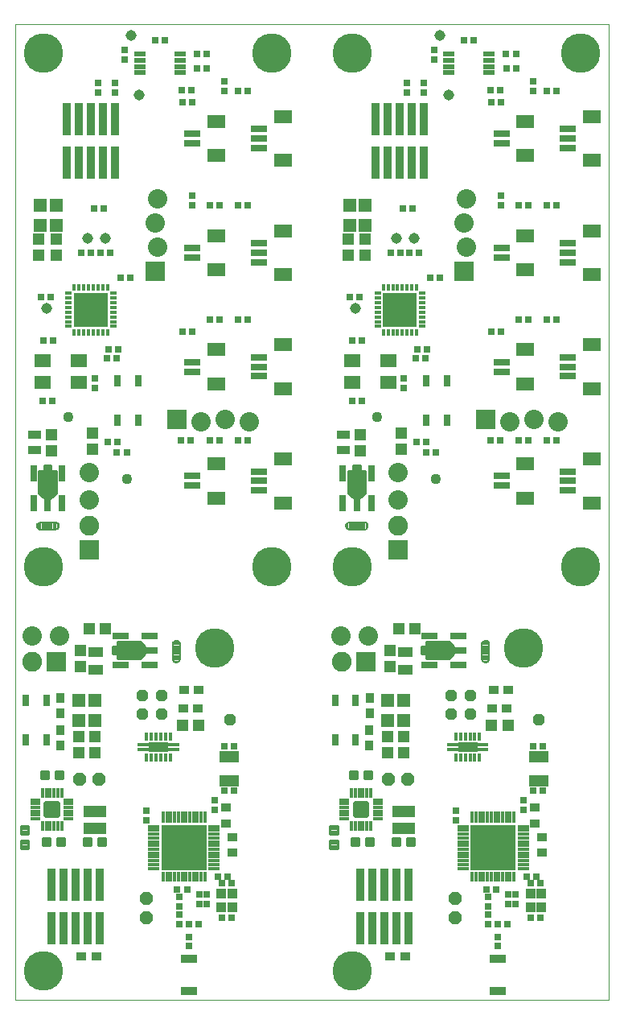
<source format=gts>
G75*
G70*
%OFA0B0*%
%FSLAX25Y25*%
%IPPOS*%
%LPD*%
%AMOC8*
5,1,8,0,0,1.08239X$1,22.5*
%
%ADD101R,0.03600X0.02600*%
%ADD111R,0.05320X0.01580*%
%ADD116R,0.08000X0.08000*%
%ADD117R,0.03600X0.13600*%
%ADD121R,0.02960X0.02570*%
%ADD161R,0.02570X0.02960*%
%ADD167R,0.01490X0.03870*%
%ADD180C,0.08200*%
%ADD190R,0.04540X0.04930*%
%ADD20OC8,0.04760*%
%ADD210R,0.04140X0.01390*%
%ADD222R,0.01780X0.02960*%
%ADD227R,0.08200X0.08200*%
%ADD234C,0.04500*%
%ADD25C,0.16350*%
%ADD268R,0.02600X0.03600*%
%ADD290C,0.08000*%
%ADD339OC8,0.05320*%
%ADD346R,0.18710X0.18710*%
%ADD376R,0.04140X0.03750*%
%ADD379R,0.04300X0.03600*%
%ADD42C,0.01200*%
%ADD434R,0.03750X0.04140*%
%ADD440R,0.03160X0.04730*%
%ADD466R,0.03950X0.04340*%
%ADD469R,0.02570X0.02570*%
%ADD491R,0.07100X0.02840*%
%ADD504R,0.02570X0.02880*%
%ADD510R,0.08080X0.04930*%
%ADD538C,0.01030*%
%ADD540C,0.04360*%
%ADD550R,0.02960X0.01780*%
%ADD554R,0.04930X0.04540*%
%ADD578R,0.08470X0.04140*%
%ADD59R,0.14180X0.14180*%
%ADD608R,0.01700X0.03750*%
%ADD614R,0.04540X0.01490*%
%ADD626R,0.01490X0.04540*%
%ADD647R,0.02880X0.02570*%
%ADD663C,0.02070*%
%ADD668R,0.01390X0.04140*%
%ADD672R,0.06110X0.04140*%
%ADD679C,0.00800*%
%ADD735R,0.06510X0.02840*%
%ADD761R,0.05520X0.05320*%
%ADD790R,0.02840X0.06510*%
%ADD791R,0.02840X0.07100*%
%ADD801R,0.06900X0.05720*%
%ADD802R,0.04690X0.02100*%
%ADD803R,0.07690X0.05320*%
%ADD804R,0.06700X0.02960*%
%ADD805R,0.05320X0.03750*%
%ADD85R,0.06900X0.03750*%
X0010000Y0010000D02*
G75*
%LPD*%
D25*
X0092680Y0155660D03*
X0021810Y0021810D03*
D761*
X0036380Y0125550D03*
X0043070Y0125550D03*
X0043070Y0133810D03*
X0036380Y0133810D03*
D554*
X0036380Y0118850D03*
X0036380Y0112160D03*
X0043070Y0112160D03*
X0043070Y0118850D03*
X0079490Y0123380D03*
X0086180Y0123380D03*
X0047570Y0163580D03*
X0040880Y0163580D03*
D510*
X0098870Y0110370D03*
X0098870Y0100530D03*
D376*
X0085830Y0130470D03*
X0079830Y0130470D03*
X0080230Y0138340D03*
X0086230Y0138340D03*
X0043730Y0027730D03*
X0037480Y0027730D03*
D117*
X0035070Y0039500D03*
X0030070Y0039500D03*
X0025070Y0039500D03*
X0040070Y0039500D03*
X0045070Y0039500D03*
X0045070Y0057500D03*
X0040070Y0057500D03*
X0035070Y0057500D03*
X0030070Y0057500D03*
X0025070Y0057500D03*
D608*
X0064620Y0110050D03*
X0066590Y0110050D03*
X0068560Y0110050D03*
X0070530Y0110050D03*
X0072500Y0110050D03*
X0074460Y0110050D03*
X0074460Y0118710D03*
X0072500Y0118710D03*
X0070530Y0118710D03*
X0068560Y0118710D03*
X0066590Y0118710D03*
X0064620Y0118710D03*
D578*
X0069540Y0114380D03*
D111*
X0063600Y0113400D03*
X0063600Y0115360D03*
X0075490Y0115360D03*
X0075490Y0113400D03*
D290*
X0028400Y0160540D03*
X0017000Y0160540D03*
D491*
X0065830Y0160400D03*
X0065830Y0154500D03*
X0065830Y0148590D03*
D735*
X0053730Y0148590D03*
X0053730Y0160400D03*
D42*
X0052840Y0157840D02*
X0062090Y0157840D01*
X0063960Y0155580D01*
X0063960Y0153410D01*
X0062090Y0151150D01*
X0052840Y0151150D01*
X0052840Y0153220D01*
X0050780Y0153220D01*
X0050780Y0155770D01*
X0052840Y0155770D01*
X0052840Y0157840D01*
X0052840Y0157470D02*
X0062410Y0157470D01*
X0063380Y0156280D02*
X0052840Y0156280D01*
X0050780Y0155100D02*
X0063960Y0155100D01*
X0063960Y0153910D02*
X0050780Y0153910D01*
X0052840Y0152730D02*
X0063400Y0152730D01*
X0062420Y0151540D02*
X0052840Y0151540D01*
D672*
X0043540Y0153870D03*
X0043540Y0146380D03*
D190*
X0037230Y0147880D03*
X0037230Y0154570D03*
X0040630Y0087690D03*
X0045350Y0087690D03*
X0045350Y0081000D03*
X0040630Y0081000D03*
D227*
X0027220Y0149910D03*
D180*
X0017220Y0149910D03*
D538*
X0020670Y0104450D02*
X0023750Y0104450D01*
X0023750Y0101370D01*
X0020670Y0101370D01*
X0020670Y0104450D01*
X0020670Y0103430D02*
X0023750Y0103430D01*
X0023750Y0102410D02*
X0020670Y0102410D01*
X0020670Y0101390D02*
X0023750Y0101390D01*
X0026670Y0104450D02*
X0029750Y0104450D01*
X0029750Y0101370D01*
X0026670Y0101370D01*
X0026670Y0104450D01*
X0026670Y0103430D02*
X0029750Y0103430D01*
X0029750Y0102410D02*
X0026670Y0102410D01*
X0026670Y0101390D02*
X0029750Y0101390D01*
X0012460Y0081720D02*
X0012460Y0078640D01*
X0012460Y0081720D02*
X0015540Y0081720D01*
X0015540Y0078640D01*
X0012460Y0078640D01*
X0012460Y0080700D02*
X0015540Y0080700D01*
X0015540Y0079680D02*
X0012460Y0079680D01*
X0012460Y0078660D02*
X0015540Y0078660D01*
X0012460Y0075720D02*
X0012460Y0072640D01*
X0012460Y0075720D02*
X0015540Y0075720D01*
X0015540Y0072640D01*
X0012460Y0072640D01*
X0012460Y0074700D02*
X0015540Y0074700D01*
X0015540Y0073680D02*
X0012460Y0073680D01*
X0012460Y0072660D02*
X0015540Y0072660D01*
X0021390Y0076840D02*
X0024470Y0076840D01*
X0024470Y0073760D01*
X0021390Y0073760D01*
X0021390Y0076840D01*
X0021390Y0075820D02*
X0024470Y0075820D01*
X0024470Y0074800D02*
X0021390Y0074800D01*
X0021390Y0073780D02*
X0024470Y0073780D01*
X0027390Y0076840D02*
X0030470Y0076840D01*
X0030470Y0073760D01*
X0027390Y0073760D01*
X0027390Y0076840D01*
X0027390Y0075820D02*
X0030470Y0075820D01*
X0030470Y0074800D02*
X0027390Y0074800D01*
X0027390Y0073780D02*
X0030470Y0073780D01*
X0038380Y0073820D02*
X0041460Y0073820D01*
X0038380Y0073820D02*
X0038380Y0076900D01*
X0041460Y0076900D01*
X0041460Y0073820D01*
X0041460Y0075880D02*
X0038380Y0075880D01*
X0038380Y0074860D02*
X0041460Y0074860D01*
X0041460Y0073840D02*
X0038380Y0073840D01*
X0044380Y0073820D02*
X0047460Y0073820D01*
X0044380Y0073820D02*
X0044380Y0076900D01*
X0047460Y0076900D01*
X0047460Y0073820D01*
X0047460Y0075880D02*
X0044380Y0075880D01*
X0044380Y0074860D02*
X0047460Y0074860D01*
X0047460Y0073840D02*
X0044380Y0073840D01*
D434*
X0028680Y0115130D03*
X0028680Y0121380D03*
X0028920Y0128530D03*
X0028920Y0134780D03*
D440*
X0023060Y0133940D03*
X0014590Y0133940D03*
X0014590Y0117610D03*
X0023060Y0117610D03*
D668*
X0022990Y0095620D03*
X0021420Y0095620D03*
X0024570Y0095620D03*
X0026140Y0095620D03*
X0027720Y0095620D03*
X0029290Y0095620D03*
X0029290Y0081850D03*
X0027720Y0081850D03*
X0026140Y0081850D03*
X0024570Y0081850D03*
X0022990Y0081850D03*
X0021420Y0081850D03*
D210*
X0018460Y0084800D03*
X0018460Y0086370D03*
X0018460Y0087950D03*
X0018460Y0089520D03*
X0018460Y0091100D03*
X0018460Y0092670D03*
X0032240Y0092670D03*
X0032240Y0091100D03*
X0032240Y0089520D03*
X0032240Y0087950D03*
X0032240Y0086370D03*
X0032240Y0084800D03*
D663*
X0027770Y0091160D02*
X0022930Y0091160D01*
X0027770Y0091160D02*
X0027770Y0086320D01*
X0022930Y0086320D01*
X0022930Y0091160D01*
X0022930Y0089100D02*
X0027770Y0089100D01*
X0027770Y0087040D02*
X0022930Y0087040D01*
D626*
X0071420Y0085470D03*
X0072990Y0085470D03*
X0074570Y0085470D03*
X0076140Y0085470D03*
X0077720Y0085470D03*
X0079290Y0085470D03*
X0080870Y0085470D03*
X0082440Y0085470D03*
X0084020Y0085470D03*
X0085590Y0085470D03*
X0087170Y0085470D03*
X0088740Y0085470D03*
D346*
X0080080Y0072990D03*
D614*
X0092560Y0073770D03*
X0092560Y0072200D03*
X0092560Y0070620D03*
X0092560Y0069050D03*
X0092560Y0067480D03*
X0092560Y0065900D03*
X0092560Y0064330D03*
X0092560Y0075350D03*
X0092560Y0076920D03*
X0092560Y0078500D03*
X0092560Y0080070D03*
X0092560Y0081650D03*
X0067600Y0081650D03*
X0067600Y0080070D03*
X0067600Y0078500D03*
X0067600Y0076920D03*
X0067600Y0075350D03*
X0067600Y0073770D03*
X0067600Y0072200D03*
X0067600Y0070620D03*
X0067600Y0069050D03*
X0067600Y0067480D03*
X0067600Y0065900D03*
X0067600Y0064330D03*
D167*
X0071420Y0060840D03*
X0072990Y0060840D03*
X0074570Y0060840D03*
X0076140Y0060840D03*
X0077720Y0060840D03*
X0079290Y0060840D03*
X0080870Y0060840D03*
X0082440Y0060840D03*
X0084020Y0060840D03*
X0085590Y0060840D03*
X0087170Y0060840D03*
X0088740Y0060840D03*
D647*
X0094020Y0060980D03*
X0095790Y0058030D03*
X0098030Y0060980D03*
X0099800Y0058030D03*
X0099800Y0043850D03*
X0095790Y0043850D03*
X0081300Y0055660D03*
X0077280Y0055660D03*
X0096710Y0096480D03*
X0100720Y0096480D03*
X0100720Y0114730D03*
X0096710Y0114730D03*
D161*
X0078110Y0052610D03*
X0078110Y0048680D03*
X0082050Y0036010D03*
X0082050Y0032070D03*
D504*
X0078110Y0041210D03*
X0078110Y0045220D03*
X0086420Y0049560D03*
X0089310Y0049560D03*
X0089310Y0053580D03*
X0086420Y0053580D03*
X0064610Y0084110D03*
X0064610Y0088120D03*
X0092720Y0088630D03*
X0092720Y0092650D03*
D466*
X0095530Y0053790D03*
X0100060Y0053790D03*
X0100060Y0048090D03*
X0095530Y0048090D03*
D379*
X0100200Y0070730D03*
X0100200Y0077330D03*
X0097500Y0082810D03*
X0097500Y0089410D03*
D85*
X0082050Y0026920D03*
X0082050Y0013540D03*
D121*
X0082050Y0041210D03*
X0085980Y0041210D03*
D679*
X0076930Y0149590D02*
X0076600Y0149630D01*
X0076280Y0149740D01*
X0075990Y0149920D01*
X0075760Y0150150D01*
X0075580Y0150440D01*
X0075470Y0150760D01*
X0075430Y0151090D01*
X0075430Y0154090D01*
X0078430Y0154090D01*
X0078430Y0151090D01*
X0078390Y0150760D01*
X0078280Y0150440D01*
X0078100Y0150150D01*
X0077860Y0149920D01*
X0077580Y0149740D01*
X0077260Y0149630D01*
X0076930Y0149590D01*
X0077910Y0149970D02*
X0075950Y0149970D01*
X0075470Y0150750D02*
X0078390Y0150750D01*
X0078430Y0151540D02*
X0075430Y0151540D01*
X0075430Y0152320D02*
X0078430Y0152320D01*
X0078430Y0153110D02*
X0075430Y0153110D01*
X0075430Y0153890D02*
X0078430Y0153890D01*
X0078430Y0154090D02*
X0078430Y0157090D01*
X0078390Y0157420D01*
X0078280Y0157740D01*
X0078100Y0158020D01*
X0077860Y0158260D01*
X0077580Y0158440D01*
X0077260Y0158550D01*
X0076930Y0158590D01*
X0076600Y0158550D01*
X0076280Y0158440D01*
X0075990Y0158260D01*
X0075760Y0158020D01*
X0075580Y0157740D01*
X0075470Y0157420D01*
X0075430Y0157090D01*
X0075430Y0154090D01*
X0078430Y0154090D01*
X0078430Y0154680D02*
X0075430Y0154680D01*
X0075430Y0155460D02*
X0078430Y0155460D01*
X0078430Y0156250D02*
X0075430Y0156250D01*
X0075430Y0157030D02*
X0078430Y0157030D01*
X0078230Y0157820D02*
X0075620Y0157820D01*
D101*
X0076930Y0154090D03*
D20*
X0070630Y0135980D03*
X0062760Y0135980D03*
X0062760Y0128110D03*
X0070630Y0128110D03*
X0098980Y0125740D03*
D339*
X0044650Y0101330D03*
X0036770Y0101330D03*
X0064330Y0051730D03*
X0064330Y0043850D03*
X0010000Y0177480D02*
G75*
%LPD*%
D25*
X0116300Y0189290D03*
X0021810Y0189290D03*
X0021810Y0401890D03*
X0116300Y0401890D03*
D222*
X0048390Y0304840D03*
X0046420Y0304840D03*
X0044450Y0304840D03*
X0042480Y0304840D03*
X0040510Y0304840D03*
X0038540Y0304840D03*
X0036570Y0304840D03*
X0034610Y0304840D03*
X0034610Y0286340D03*
X0036570Y0286340D03*
X0038540Y0286340D03*
X0040510Y0286340D03*
X0042480Y0286340D03*
X0044450Y0286340D03*
X0046420Y0286340D03*
X0048390Y0286340D03*
D550*
X0050750Y0288700D03*
X0050750Y0290670D03*
X0050750Y0292640D03*
X0050750Y0294610D03*
X0050750Y0296570D03*
X0050750Y0298540D03*
X0050750Y0300510D03*
X0050750Y0302480D03*
X0032240Y0302480D03*
X0032240Y0300510D03*
X0032240Y0298540D03*
X0032240Y0296570D03*
X0032240Y0294610D03*
X0032240Y0292640D03*
X0032240Y0290670D03*
X0032240Y0288700D03*
D59*
X0041500Y0295590D03*
D647*
X0048690Y0279300D03*
X0052700Y0279300D03*
X0053930Y0308760D03*
X0057950Y0308760D03*
X0049410Y0319210D03*
X0045390Y0319210D03*
X0041540Y0319210D03*
X0037520Y0319210D03*
X0042700Y0337580D03*
X0046720Y0337580D03*
X0024790Y0300710D03*
X0020770Y0300710D03*
X0021770Y0282790D03*
X0025790Y0282790D03*
X0025600Y0257720D03*
X0021590Y0257720D03*
X0048420Y0240770D03*
X0052440Y0240770D03*
X0052280Y0236530D03*
X0056300Y0236530D03*
X0078860Y0241410D03*
X0082870Y0241410D03*
X0090670Y0241410D03*
X0094680Y0241410D03*
X0102480Y0241410D03*
X0106500Y0241410D03*
X0083370Y0286650D03*
X0079360Y0286650D03*
X0090670Y0291650D03*
X0094680Y0291650D03*
X0102480Y0291650D03*
X0106500Y0291650D03*
X0106500Y0338900D03*
X0102480Y0338900D03*
X0094680Y0338900D03*
X0090670Y0338900D03*
X0083370Y0381640D03*
X0083120Y0386590D03*
X0079100Y0386590D03*
X0079360Y0381640D03*
X0085600Y0395590D03*
X0085500Y0401390D03*
X0089520Y0401390D03*
X0089620Y0395590D03*
X0102480Y0386140D03*
X0106500Y0386140D03*
X0072120Y0407090D03*
X0068100Y0407090D03*
D801*
X0036570Y0274440D03*
X0036570Y0265390D03*
X0021610Y0265390D03*
X0021610Y0274440D03*
D504*
X0042980Y0267080D03*
X0042980Y0263070D03*
X0083370Y0338890D03*
X0083370Y0342900D03*
X0096760Y0386020D03*
X0096760Y0390030D03*
X0055610Y0399080D03*
X0055610Y0403100D03*
X0051300Y0389550D03*
X0051300Y0385530D03*
X0044390Y0385530D03*
X0044390Y0389550D03*
D469*
X0048130Y0275460D03*
X0052130Y0275460D03*
D440*
X0052500Y0266280D03*
X0052500Y0249940D03*
X0060970Y0249940D03*
X0060970Y0266280D03*
D117*
X0051500Y0356580D03*
X0046500Y0356580D03*
X0041500Y0356580D03*
X0036500Y0356580D03*
X0031500Y0356580D03*
X0031500Y0374580D03*
X0036500Y0374580D03*
X0041500Y0374580D03*
X0046500Y0374580D03*
X0051500Y0374580D03*
D804*
X0083520Y0368420D03*
X0083520Y0364490D03*
X0083520Y0321180D03*
X0083520Y0317240D03*
X0083520Y0273940D03*
X0083520Y0270000D03*
X0083520Y0226690D03*
X0083520Y0222760D03*
X0111080Y0224720D03*
X0111080Y0228660D03*
X0111080Y0220790D03*
X0111080Y0268030D03*
X0111080Y0271970D03*
X0111080Y0275900D03*
X0111080Y0315280D03*
X0111080Y0319210D03*
X0111080Y0323150D03*
X0111080Y0362520D03*
X0111080Y0366460D03*
X0111080Y0370390D03*
D803*
X0121020Y0375510D03*
X0121020Y0357400D03*
X0121020Y0328270D03*
X0121020Y0310160D03*
X0121020Y0281020D03*
X0121020Y0262910D03*
X0121020Y0233780D03*
X0121020Y0215670D03*
X0093460Y0217640D03*
X0093460Y0231810D03*
X0093460Y0264880D03*
X0093460Y0279050D03*
X0093460Y0312130D03*
X0093460Y0326300D03*
X0093460Y0359370D03*
X0093460Y0373540D03*
D290*
X0069110Y0341590D03*
X0068110Y0331590D03*
X0069110Y0321590D03*
X0097110Y0250090D03*
X0107110Y0249090D03*
X0087110Y0249090D03*
X0040750Y0228220D03*
X0040750Y0216820D03*
D791*
X0029520Y0215680D03*
X0023610Y0215680D03*
X0017700Y0215680D03*
D790*
X0017700Y0227790D03*
X0029520Y0227790D03*
D42*
X0026960Y0228680D02*
X0026960Y0219420D01*
X0024690Y0217550D01*
X0022530Y0217550D01*
X0020260Y0219420D01*
X0020260Y0228680D01*
X0022330Y0228680D01*
X0022330Y0230740D01*
X0024890Y0230740D01*
X0024890Y0228680D01*
X0026960Y0228680D01*
X0026200Y0228680D02*
X0026200Y0218800D01*
X0025010Y0217820D02*
X0025010Y0228680D01*
X0023830Y0230740D02*
X0023830Y0217550D01*
X0022640Y0217550D02*
X0022640Y0230740D01*
X0021460Y0228680D02*
X0021460Y0218440D01*
X0020270Y0219420D02*
X0020270Y0228680D01*
D805*
X0018110Y0237440D03*
X0018110Y0243740D03*
D190*
X0025110Y0243940D03*
X0025110Y0237240D03*
X0042110Y0237740D03*
X0042110Y0244440D03*
D227*
X0040830Y0196190D03*
D180*
X0040830Y0206190D03*
D679*
X0028110Y0206090D02*
X0028070Y0205760D01*
X0027960Y0205440D01*
X0027780Y0205150D01*
X0027550Y0204920D01*
X0027260Y0204740D01*
X0026940Y0204630D01*
X0026610Y0204590D01*
X0023610Y0204590D01*
X0020610Y0204590D01*
X0020280Y0204630D01*
X0019960Y0204740D01*
X0019670Y0204920D01*
X0019440Y0205150D01*
X0019260Y0205440D01*
X0019150Y0205760D01*
X0019110Y0206090D01*
X0019150Y0206420D01*
X0019260Y0206740D01*
X0019440Y0207030D01*
X0019670Y0207260D01*
X0019960Y0207440D01*
X0020280Y0207550D01*
X0020610Y0207590D01*
X0023610Y0207590D01*
X0023610Y0204590D01*
X0023610Y0207590D01*
X0026610Y0207590D01*
X0026940Y0207550D01*
X0027260Y0207440D01*
X0027550Y0207260D01*
X0027780Y0207030D01*
X0027960Y0206740D01*
X0028070Y0206420D01*
X0028110Y0206090D01*
X0027630Y0205000D02*
X0027630Y0207180D01*
X0026840Y0207560D02*
X0026840Y0204620D01*
X0026060Y0204590D02*
X0026060Y0207590D01*
X0025270Y0207590D02*
X0025270Y0204590D01*
X0024490Y0204590D02*
X0024490Y0207590D01*
X0023700Y0207590D02*
X0023700Y0204590D01*
X0022920Y0204590D02*
X0022920Y0207590D01*
X0022130Y0207590D02*
X0022130Y0204590D01*
X0021350Y0204590D02*
X0021350Y0207590D01*
X0020560Y0207580D02*
X0020560Y0204600D01*
X0019780Y0204850D02*
X0019780Y0207330D01*
D268*
X0023610Y0206090D03*
D116*
X0077110Y0250090D03*
X0068110Y0311590D03*
D802*
X0061760Y0393750D03*
X0061760Y0396310D03*
X0061760Y0398870D03*
X0061760Y0401430D03*
X0078460Y0401430D03*
X0078460Y0398870D03*
X0078460Y0396310D03*
X0078460Y0393750D03*
D761*
X0027110Y0338720D03*
X0027110Y0330460D03*
X0020610Y0330460D03*
X0020610Y0338720D03*
D554*
X0019910Y0324940D03*
X0019910Y0318240D03*
X0027110Y0318240D03*
X0027110Y0324940D03*
D540*
X0032110Y0251090D03*
X0056310Y0225590D03*
D234*
X0023110Y0296090D03*
X0040030Y0325120D03*
X0047400Y0325120D03*
X0061610Y0384590D03*
X0058110Y0409090D03*
X0138110Y0010000D02*
G75*
%LPD*%
D25*
X0220790Y0155660D03*
X0149920Y0021810D03*
D761*
X0164490Y0125550D03*
X0171180Y0125550D03*
X0171180Y0133810D03*
X0164490Y0133810D03*
D554*
X0164490Y0118850D03*
X0164490Y0112160D03*
X0171180Y0112160D03*
X0171180Y0118850D03*
X0207600Y0123380D03*
X0214290Y0123380D03*
X0175680Y0163580D03*
X0168990Y0163580D03*
D510*
X0226980Y0110370D03*
X0226980Y0100530D03*
D376*
X0213940Y0130470D03*
X0207940Y0130470D03*
X0208340Y0138340D03*
X0214340Y0138340D03*
X0171840Y0027730D03*
X0165590Y0027730D03*
D117*
X0163180Y0039500D03*
X0158180Y0039500D03*
X0153180Y0039500D03*
X0168180Y0039500D03*
X0173180Y0039500D03*
X0173180Y0057500D03*
X0168180Y0057500D03*
X0163180Y0057500D03*
X0158180Y0057500D03*
X0153180Y0057500D03*
D608*
X0192730Y0110050D03*
X0194700Y0110050D03*
X0196670Y0110050D03*
X0198640Y0110050D03*
X0200610Y0110050D03*
X0202570Y0110050D03*
X0202570Y0118710D03*
X0200610Y0118710D03*
X0198640Y0118710D03*
X0196670Y0118710D03*
X0194700Y0118710D03*
X0192730Y0118710D03*
D578*
X0197650Y0114380D03*
D111*
X0191710Y0113400D03*
X0191710Y0115360D03*
X0203600Y0115360D03*
X0203600Y0113400D03*
D290*
X0156510Y0160540D03*
X0145110Y0160540D03*
D491*
X0193940Y0160400D03*
X0193940Y0154500D03*
X0193940Y0148590D03*
D735*
X0181840Y0148590D03*
X0181840Y0160400D03*
D42*
X0180950Y0157840D02*
X0190200Y0157840D01*
X0192070Y0155580D01*
X0192070Y0153410D01*
X0190200Y0151150D01*
X0180950Y0151150D01*
X0180950Y0153220D01*
X0178890Y0153220D01*
X0178890Y0155770D01*
X0180950Y0155770D01*
X0180950Y0157840D01*
X0180950Y0157470D02*
X0190520Y0157470D01*
X0191490Y0156280D02*
X0180950Y0156280D01*
X0178890Y0155100D02*
X0192070Y0155100D01*
X0192070Y0153910D02*
X0178890Y0153910D01*
X0180950Y0152730D02*
X0191510Y0152730D01*
X0190530Y0151540D02*
X0180950Y0151540D01*
D672*
X0171650Y0153870D03*
X0171650Y0146380D03*
D190*
X0165340Y0147880D03*
X0165340Y0154570D03*
X0168740Y0087690D03*
X0173460Y0087690D03*
X0173460Y0081000D03*
X0168740Y0081000D03*
D227*
X0155330Y0149910D03*
D180*
X0145330Y0149910D03*
D538*
X0148780Y0104450D02*
X0151860Y0104450D01*
X0151860Y0101370D01*
X0148780Y0101370D01*
X0148780Y0104450D01*
X0148780Y0103430D02*
X0151860Y0103430D01*
X0151860Y0102410D02*
X0148780Y0102410D01*
X0148780Y0101390D02*
X0151860Y0101390D01*
X0154780Y0104450D02*
X0157860Y0104450D01*
X0157860Y0101370D01*
X0154780Y0101370D01*
X0154780Y0104450D01*
X0154780Y0103430D02*
X0157860Y0103430D01*
X0157860Y0102410D02*
X0154780Y0102410D01*
X0154780Y0101390D02*
X0157860Y0101390D01*
X0140570Y0081720D02*
X0140570Y0078640D01*
X0140570Y0081720D02*
X0143650Y0081720D01*
X0143650Y0078640D01*
X0140570Y0078640D01*
X0140570Y0080700D02*
X0143650Y0080700D01*
X0143650Y0079680D02*
X0140570Y0079680D01*
X0140570Y0078660D02*
X0143650Y0078660D01*
X0140570Y0075720D02*
X0140570Y0072640D01*
X0140570Y0075720D02*
X0143650Y0075720D01*
X0143650Y0072640D01*
X0140570Y0072640D01*
X0140570Y0074700D02*
X0143650Y0074700D01*
X0143650Y0073680D02*
X0140570Y0073680D01*
X0140570Y0072660D02*
X0143650Y0072660D01*
X0149500Y0076840D02*
X0152580Y0076840D01*
X0152580Y0073760D01*
X0149500Y0073760D01*
X0149500Y0076840D01*
X0149500Y0075820D02*
X0152580Y0075820D01*
X0152580Y0074800D02*
X0149500Y0074800D01*
X0149500Y0073780D02*
X0152580Y0073780D01*
X0155500Y0076840D02*
X0158580Y0076840D01*
X0158580Y0073760D01*
X0155500Y0073760D01*
X0155500Y0076840D01*
X0155500Y0075820D02*
X0158580Y0075820D01*
X0158580Y0074800D02*
X0155500Y0074800D01*
X0155500Y0073780D02*
X0158580Y0073780D01*
X0166490Y0073820D02*
X0169570Y0073820D01*
X0166490Y0073820D02*
X0166490Y0076900D01*
X0169570Y0076900D01*
X0169570Y0073820D01*
X0169570Y0075880D02*
X0166490Y0075880D01*
X0166490Y0074860D02*
X0169570Y0074860D01*
X0169570Y0073840D02*
X0166490Y0073840D01*
X0172490Y0073820D02*
X0175570Y0073820D01*
X0172490Y0073820D02*
X0172490Y0076900D01*
X0175570Y0076900D01*
X0175570Y0073820D01*
X0175570Y0075880D02*
X0172490Y0075880D01*
X0172490Y0074860D02*
X0175570Y0074860D01*
X0175570Y0073840D02*
X0172490Y0073840D01*
D434*
X0156790Y0115130D03*
X0156790Y0121380D03*
X0157030Y0128530D03*
X0157030Y0134780D03*
D440*
X0151170Y0133940D03*
X0142700Y0133940D03*
X0142700Y0117610D03*
X0151170Y0117610D03*
D668*
X0151100Y0095620D03*
X0149530Y0095620D03*
X0152680Y0095620D03*
X0154250Y0095620D03*
X0155830Y0095620D03*
X0157400Y0095620D03*
X0157400Y0081850D03*
X0155830Y0081850D03*
X0154250Y0081850D03*
X0152680Y0081850D03*
X0151100Y0081850D03*
X0149530Y0081850D03*
D210*
X0146570Y0084800D03*
X0146570Y0086370D03*
X0146570Y0087950D03*
X0146570Y0089520D03*
X0146570Y0091100D03*
X0146570Y0092670D03*
X0160350Y0092670D03*
X0160350Y0091100D03*
X0160350Y0089520D03*
X0160350Y0087950D03*
X0160350Y0086370D03*
X0160350Y0084800D03*
D663*
X0155880Y0091160D02*
X0151040Y0091160D01*
X0155880Y0091160D02*
X0155880Y0086320D01*
X0151040Y0086320D01*
X0151040Y0091160D01*
X0151040Y0089100D02*
X0155880Y0089100D01*
X0155880Y0087040D02*
X0151040Y0087040D01*
D626*
X0199530Y0085470D03*
X0201100Y0085470D03*
X0202680Y0085470D03*
X0204250Y0085470D03*
X0205830Y0085470D03*
X0207400Y0085470D03*
X0208980Y0085470D03*
X0210550Y0085470D03*
X0212130Y0085470D03*
X0213700Y0085470D03*
X0215280Y0085470D03*
X0216850Y0085470D03*
D346*
X0208190Y0072990D03*
D614*
X0220670Y0073770D03*
X0220670Y0072200D03*
X0220670Y0070620D03*
X0220670Y0069050D03*
X0220670Y0067480D03*
X0220670Y0065900D03*
X0220670Y0064330D03*
X0220670Y0075350D03*
X0220670Y0076920D03*
X0220670Y0078500D03*
X0220670Y0080070D03*
X0220670Y0081650D03*
X0195710Y0081650D03*
X0195710Y0080070D03*
X0195710Y0078500D03*
X0195710Y0076920D03*
X0195710Y0075350D03*
X0195710Y0073770D03*
X0195710Y0072200D03*
X0195710Y0070620D03*
X0195710Y0069050D03*
X0195710Y0067480D03*
X0195710Y0065900D03*
X0195710Y0064330D03*
D167*
X0199530Y0060840D03*
X0201100Y0060840D03*
X0202680Y0060840D03*
X0204250Y0060840D03*
X0205830Y0060840D03*
X0207400Y0060840D03*
X0208980Y0060840D03*
X0210550Y0060840D03*
X0212130Y0060840D03*
X0213700Y0060840D03*
X0215280Y0060840D03*
X0216850Y0060840D03*
D647*
X0222130Y0060980D03*
X0223900Y0058030D03*
X0226140Y0060980D03*
X0227910Y0058030D03*
X0227910Y0043850D03*
X0223900Y0043850D03*
X0209410Y0055660D03*
X0205390Y0055660D03*
X0224820Y0096480D03*
X0228830Y0096480D03*
X0228830Y0114730D03*
X0224820Y0114730D03*
D161*
X0206220Y0052610D03*
X0206220Y0048680D03*
X0210160Y0036010D03*
X0210160Y0032070D03*
D504*
X0206220Y0041210D03*
X0206220Y0045220D03*
X0214530Y0049560D03*
X0217420Y0049560D03*
X0217420Y0053580D03*
X0214530Y0053580D03*
X0192720Y0084110D03*
X0192720Y0088120D03*
X0220830Y0088630D03*
X0220830Y0092650D03*
D466*
X0223640Y0053790D03*
X0228170Y0053790D03*
X0228170Y0048090D03*
X0223640Y0048090D03*
D379*
X0228310Y0070730D03*
X0228310Y0077330D03*
X0225610Y0082810D03*
X0225610Y0089410D03*
D85*
X0210160Y0026920D03*
X0210160Y0013540D03*
D121*
X0210160Y0041210D03*
X0214090Y0041210D03*
D679*
X0205040Y0149590D02*
X0204710Y0149630D01*
X0204390Y0149740D01*
X0204100Y0149920D01*
X0203870Y0150150D01*
X0203690Y0150440D01*
X0203580Y0150760D01*
X0203540Y0151090D01*
X0203540Y0154090D01*
X0206540Y0154090D01*
X0206540Y0151090D01*
X0206500Y0150760D01*
X0206390Y0150440D01*
X0206210Y0150150D01*
X0205970Y0149920D01*
X0205690Y0149740D01*
X0205370Y0149630D01*
X0205040Y0149590D01*
X0206020Y0149970D02*
X0204060Y0149970D01*
X0203580Y0150750D02*
X0206500Y0150750D01*
X0206540Y0151540D02*
X0203540Y0151540D01*
X0203540Y0152320D02*
X0206540Y0152320D01*
X0206540Y0153110D02*
X0203540Y0153110D01*
X0203540Y0153890D02*
X0206540Y0153890D01*
X0206540Y0154090D02*
X0206540Y0157090D01*
X0206500Y0157420D01*
X0206390Y0157740D01*
X0206210Y0158020D01*
X0205970Y0158260D01*
X0205690Y0158440D01*
X0205370Y0158550D01*
X0205040Y0158590D01*
X0204710Y0158550D01*
X0204390Y0158440D01*
X0204100Y0158260D01*
X0203870Y0158020D01*
X0203690Y0157740D01*
X0203580Y0157420D01*
X0203540Y0157090D01*
X0203540Y0154090D01*
X0206540Y0154090D01*
X0206540Y0154680D02*
X0203540Y0154680D01*
X0203540Y0155460D02*
X0206540Y0155460D01*
X0206540Y0156250D02*
X0203540Y0156250D01*
X0203540Y0157030D02*
X0206540Y0157030D01*
X0206340Y0157820D02*
X0203730Y0157820D01*
D101*
X0205040Y0154090D03*
D20*
X0198740Y0135980D03*
X0190870Y0135980D03*
X0190870Y0128110D03*
X0198740Y0128110D03*
X0227090Y0125740D03*
D339*
X0172760Y0101330D03*
X0164880Y0101330D03*
X0192440Y0051730D03*
X0192440Y0043850D03*
X0138110Y0177480D02*
G75*
%LPD*%
D25*
X0244410Y0189290D03*
X0149920Y0189290D03*
X0149920Y0401890D03*
X0244410Y0401890D03*
D222*
X0176500Y0304840D03*
X0174530Y0304840D03*
X0172560Y0304840D03*
X0170590Y0304840D03*
X0168620Y0304840D03*
X0166650Y0304840D03*
X0164680Y0304840D03*
X0162720Y0304840D03*
X0162720Y0286340D03*
X0164680Y0286340D03*
X0166650Y0286340D03*
X0168620Y0286340D03*
X0170590Y0286340D03*
X0172560Y0286340D03*
X0174530Y0286340D03*
X0176500Y0286340D03*
D550*
X0178860Y0288700D03*
X0178860Y0290670D03*
X0178860Y0292640D03*
X0178860Y0294610D03*
X0178860Y0296570D03*
X0178860Y0298540D03*
X0178860Y0300510D03*
X0178860Y0302480D03*
X0160350Y0302480D03*
X0160350Y0300510D03*
X0160350Y0298540D03*
X0160350Y0296570D03*
X0160350Y0294610D03*
X0160350Y0292640D03*
X0160350Y0290670D03*
X0160350Y0288700D03*
D59*
X0169610Y0295590D03*
D647*
X0176800Y0279300D03*
X0180810Y0279300D03*
X0182040Y0308760D03*
X0186060Y0308760D03*
X0177520Y0319210D03*
X0173500Y0319210D03*
X0169650Y0319210D03*
X0165630Y0319210D03*
X0170810Y0337580D03*
X0174830Y0337580D03*
X0152900Y0300710D03*
X0148880Y0300710D03*
X0149880Y0282790D03*
X0153900Y0282790D03*
X0153710Y0257720D03*
X0149700Y0257720D03*
X0176530Y0240770D03*
X0180550Y0240770D03*
X0180390Y0236530D03*
X0184410Y0236530D03*
X0206970Y0241410D03*
X0210980Y0241410D03*
X0218780Y0241410D03*
X0222790Y0241410D03*
X0230590Y0241410D03*
X0234610Y0241410D03*
X0211480Y0286650D03*
X0207470Y0286650D03*
X0218780Y0291650D03*
X0222790Y0291650D03*
X0230590Y0291650D03*
X0234610Y0291650D03*
X0234610Y0338900D03*
X0230590Y0338900D03*
X0222790Y0338900D03*
X0218780Y0338900D03*
X0211480Y0381640D03*
X0211230Y0386590D03*
X0207210Y0386590D03*
X0207470Y0381640D03*
X0213710Y0395590D03*
X0213610Y0401390D03*
X0217630Y0401390D03*
X0217730Y0395590D03*
X0230590Y0386140D03*
X0234610Y0386140D03*
X0200230Y0407090D03*
X0196210Y0407090D03*
D801*
X0164680Y0274440D03*
X0164680Y0265390D03*
X0149720Y0265390D03*
X0149720Y0274440D03*
D504*
X0171090Y0267080D03*
X0171090Y0263070D03*
X0211480Y0338890D03*
X0211480Y0342900D03*
X0224870Y0386020D03*
X0224870Y0390030D03*
X0183720Y0399080D03*
X0183720Y0403100D03*
X0179410Y0389550D03*
X0179410Y0385530D03*
X0172500Y0385530D03*
X0172500Y0389550D03*
D469*
X0176240Y0275460D03*
X0180240Y0275460D03*
D440*
X0180610Y0266280D03*
X0180610Y0249940D03*
X0189080Y0249940D03*
X0189080Y0266280D03*
D117*
X0179610Y0356580D03*
X0174610Y0356580D03*
X0169610Y0356580D03*
X0164610Y0356580D03*
X0159610Y0356580D03*
X0159610Y0374580D03*
X0164610Y0374580D03*
X0169610Y0374580D03*
X0174610Y0374580D03*
X0179610Y0374580D03*
D804*
X0211630Y0368420D03*
X0211630Y0364490D03*
X0211630Y0321180D03*
X0211630Y0317240D03*
X0211630Y0273940D03*
X0211630Y0270000D03*
X0211630Y0226690D03*
X0211630Y0222760D03*
X0239190Y0224720D03*
X0239190Y0228660D03*
X0239190Y0220790D03*
X0239190Y0268030D03*
X0239190Y0271970D03*
X0239190Y0275900D03*
X0239190Y0315280D03*
X0239190Y0319210D03*
X0239190Y0323150D03*
X0239190Y0362520D03*
X0239190Y0366460D03*
X0239190Y0370390D03*
D803*
X0249130Y0375510D03*
X0249130Y0357400D03*
X0249130Y0328270D03*
X0249130Y0310160D03*
X0249130Y0281020D03*
X0249130Y0262910D03*
X0249130Y0233780D03*
X0249130Y0215670D03*
X0221570Y0217640D03*
X0221570Y0231810D03*
X0221570Y0264880D03*
X0221570Y0279050D03*
X0221570Y0312130D03*
X0221570Y0326300D03*
X0221570Y0359370D03*
X0221570Y0373540D03*
D290*
X0197220Y0341590D03*
X0196220Y0331590D03*
X0197220Y0321590D03*
X0225220Y0250090D03*
X0235220Y0249090D03*
X0215220Y0249090D03*
X0168860Y0228220D03*
X0168860Y0216820D03*
D791*
X0157630Y0215680D03*
X0151720Y0215680D03*
X0145810Y0215680D03*
D790*
X0145810Y0227790D03*
X0157630Y0227790D03*
D42*
X0155070Y0228680D02*
X0155070Y0219420D01*
X0152800Y0217550D01*
X0150640Y0217550D01*
X0148370Y0219420D01*
X0148370Y0228680D01*
X0150440Y0228680D01*
X0150440Y0230740D01*
X0153000Y0230740D01*
X0153000Y0228680D01*
X0155070Y0228680D01*
X0154310Y0228680D02*
X0154310Y0218800D01*
X0153120Y0217820D02*
X0153120Y0228680D01*
X0151940Y0230740D02*
X0151940Y0217550D01*
X0150750Y0217550D02*
X0150750Y0230740D01*
X0149570Y0228680D02*
X0149570Y0218440D01*
X0148380Y0219420D02*
X0148380Y0228680D01*
D805*
X0146220Y0237440D03*
X0146220Y0243740D03*
D190*
X0153220Y0243940D03*
X0153220Y0237240D03*
X0170220Y0237740D03*
X0170220Y0244440D03*
D227*
X0168940Y0196190D03*
D180*
X0168940Y0206190D03*
D679*
X0156220Y0206090D02*
X0156180Y0205760D01*
X0156070Y0205440D01*
X0155890Y0205150D01*
X0155660Y0204920D01*
X0155370Y0204740D01*
X0155050Y0204630D01*
X0154720Y0204590D01*
X0151720Y0204590D01*
X0148720Y0204590D01*
X0148390Y0204630D01*
X0148070Y0204740D01*
X0147780Y0204920D01*
X0147550Y0205150D01*
X0147370Y0205440D01*
X0147260Y0205760D01*
X0147220Y0206090D01*
X0147260Y0206420D01*
X0147370Y0206740D01*
X0147550Y0207030D01*
X0147780Y0207260D01*
X0148070Y0207440D01*
X0148390Y0207550D01*
X0148720Y0207590D01*
X0151720Y0207590D01*
X0151720Y0204590D01*
X0151720Y0207590D01*
X0154720Y0207590D01*
X0155050Y0207550D01*
X0155370Y0207440D01*
X0155660Y0207260D01*
X0155890Y0207030D01*
X0156070Y0206740D01*
X0156180Y0206420D01*
X0156220Y0206090D01*
X0155740Y0205000D02*
X0155740Y0207180D01*
X0154950Y0207560D02*
X0154950Y0204620D01*
X0154170Y0204590D02*
X0154170Y0207590D01*
X0153380Y0207590D02*
X0153380Y0204590D01*
X0152600Y0204590D02*
X0152600Y0207590D01*
X0151810Y0207590D02*
X0151810Y0204590D01*
X0151030Y0204590D02*
X0151030Y0207590D01*
X0150240Y0207590D02*
X0150240Y0204590D01*
X0149460Y0204590D02*
X0149460Y0207590D01*
X0148670Y0207580D02*
X0148670Y0204600D01*
X0147890Y0204850D02*
X0147890Y0207330D01*
D268*
X0151720Y0206090D03*
D116*
X0205220Y0250090D03*
X0196220Y0311590D03*
D802*
X0189870Y0393750D03*
X0189870Y0396310D03*
X0189870Y0398870D03*
X0189870Y0401430D03*
X0206570Y0401430D03*
X0206570Y0398870D03*
X0206570Y0396310D03*
X0206570Y0393750D03*
D761*
X0155220Y0338720D03*
X0155220Y0330460D03*
X0148720Y0330460D03*
X0148720Y0338720D03*
D554*
X0148020Y0324940D03*
X0148020Y0318240D03*
X0155220Y0318240D03*
X0155220Y0324940D03*
D540*
X0160220Y0251090D03*
X0184420Y0225590D03*
D234*
X0151220Y0296090D03*
X0168140Y0325120D03*
X0175510Y0325120D03*
X0189720Y0384590D03*
X0186220Y0409090D03*
%ADD10C,0.00100*%
D10*
X0010000Y0010000D02*
X0010000Y0413700D01*
X0256220Y0413700D01*
X0256220Y0010000D01*
X0010000Y0010000D01*
M02*

</source>
